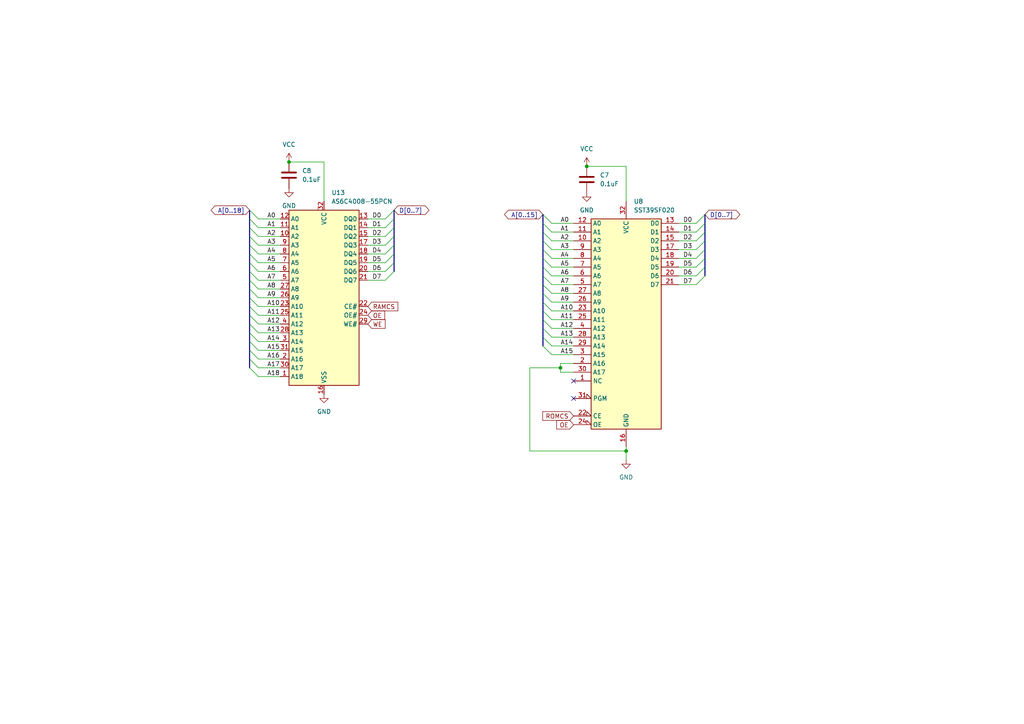
<source format=kicad_sch>
(kicad_sch (version 20250114) (generator "eeschema") (generator_version "9.0")
  (paper "A4")
  (title_block (title "ROM and RAM"))
  (lib_symbols
    (symbol "Device:C" (pin_numbers (hide yes)) (pin_names (offset 0.254))
      (property "Reference" "C" (at 0.635 2.54 0))
      (property "Value" "C" (at 0.635 -2.54 0))
      (symbol "C_0_1"
        (polyline (pts (xy -2.032 0.762) (xy 2.032 0.762)) (stroke (width 0.508)))
        (polyline (pts (xy -2.032 -0.762) (xy 2.032 -0.762)) (stroke (width 0.508)))
      )
      (symbol "C_1_1"
        (pin passive line (at 0 3.81 270) (length 2.794) (name "~") (number "1"))
        (pin passive line (at 0 -3.81 90) (length 2.794) (name "~") (number "2"))
      )
    )
    (symbol "Memory_Flash:SST39SF020"
      (property "Reference" "U" (at 2.54 33.02 0))
      (property "Value" "SST39SF020" (at 0 -30.48 0))
      (symbol "SST39SF020_0_0"
        (pin power_in line (at 0 36.83 270) (length 5.08) (name "VCC") (number "32"))
        (pin power_in line (at 0 -34.29 90) (length 5.08) (name "GND") (number "16"))
      )
      (symbol "SST39SF020_0_1"
        (rectangle (start -10.16 31.75) (end 10.16 -29.21) (stroke (width 0.254)) (fill (type background)))
      )
      (symbol "SST39SF020_1_1"
        (pin input line (at -15.24 30.48 0) (length 5.08) (name "A0") (number "12"))
        (pin input line (at -15.24 27.94 0) (length 5.08) (name "A1") (number "11"))
        (pin input line (at -15.24 25.4 0) (length 5.08) (name "A2") (number "10"))
        (pin input line (at -15.24 22.86 0) (length 5.08) (name "A3") (number "9"))
        (pin input line (at -15.24 20.32 0) (length 5.08) (name "A4") (number "8"))
        (pin input line (at -15.24 17.78 0) (length 5.08) (name "A5") (number "7"))
        (pin input line (at -15.24 15.24 0) (length 5.08) (name "A6") (number "6"))
        (pin input line (at -15.24 12.7 0) (length 5.08) (name "A7") (number "5"))
        (pin input line (at -15.24 10.16 0) (length 5.08) (name "A8") (number "27"))
        (pin input line (at -15.24 7.62 0) (length 5.08) (name "A9") (number "26"))
        (pin input line (at -15.24 5.08 0) (length 5.08) (name "A10") (number "23"))
        (pin input line (at -15.24 2.54 0) (length 5.08) (name "A11") (number "25"))
        (pin input line (at -15.24 0 0) (length 5.08) (name "A12") (number "4"))
        (pin input line (at -15.24 -2.54 0) (length 5.08) (name "A13") (number "28"))
        (pin input line (at -15.24 -5.08 0) (length 5.08) (name "A14") (number "29"))
        (pin input line (at -15.24 -7.62 0) (length 5.08) (name "A15") (number "3"))
        (pin input line (at -15.24 -10.16 0) (length 5.08) (name "A16") (number "2"))
        (pin input line (at -15.24 -12.7 0) (length 5.08) (name "A17") (number "30"))
        (pin input line (at -15.24 -15.24 0) (length 5.08) (name "NC") (number "1"))
        (pin input input_low (at -15.24 -20.32 0) (length 5.08) (name "PGM") (number "31"))
        (pin input input_low (at -15.24 -25.4 0) (length 5.08) (name "CE") (number "22"))
        (pin input input_low (at -15.24 -27.94 0) (length 5.08) (name "OE") (number "24"))
        (pin tri_state line (at 15.24 30.48 180) (length 5.08) (name "D0") (number "13"))
        (pin tri_state line (at 15.24 27.94 180) (length 5.08) (name "D1") (number "14"))
        (pin tri_state line (at 15.24 25.4 180) (length 5.08) (name "D2") (number "15"))
        (pin tri_state line (at 15.24 22.86 180) (length 5.08) (name "D3") (number "17"))
        (pin tri_state line (at 15.24 20.32 180) (length 5.08) (name "D4") (number "18"))
        (pin tri_state line (at 15.24 17.78 180) (length 5.08) (name "D5") (number "19"))
        (pin tri_state line (at 15.24 15.24 180) (length 5.08) (name "D6") (number "20"))
        (pin tri_state line (at 15.24 12.7 180) (length 5.08) (name "D7") (number "21"))
      )
    )
    (symbol "Memory_RAM:AS6C4008-55PCN"
      (property "Reference" "U" (at -10.16 26.035 0))
      (property "Value" "AS6C4008-55PCN" (at 2.54 26.035 0))
      (symbol "AS6C4008-55PCN_0_0"
        (pin power_in line (at 0 27.94 270) (length 2.54) (name "VCC") (number "32"))
        (pin power_in line (at 0 -27.94 90) (length 2.54) (name "VSS") (number "16"))
      )
      (symbol "AS6C4008-55PCN_0_1"
        (rectangle (start -10.16 25.4) (end 10.16 -25.4) (stroke (width 0.254)) (fill (type background)))
      )
      (symbol "AS6C4008-55PCN_1_1"
        (pin input line (at -12.7 22.86 0) (length 2.54) (name "A0") (number "12"))
        (pin input line (at -12.7 20.32 0) (length 2.54) (name "A1") (number "11"))
        (pin input line (at -12.7 17.78 0) (length 2.54) (name "A2") (number "10"))
        (pin input line (at -12.7 15.24 0) (length 2.54) (name "A3") (number "9"))
        (pin input line (at -12.7 12.7 0) (length 2.54) (name "A4") (number "8"))
        (pin input line (at -12.7 10.16 0) (length 2.54) (name "A5") (number "7"))
        (pin input line (at -12.7 7.62 0) (length 2.54) (name "A6") (number "6"))
        (pin input line (at -12.7 5.08 0) (length 2.54) (name "A7") (number "5"))
        (pin input line (at -12.7 2.54 0) (length 2.54) (name "A8") (number "27"))
        (pin input line (at -12.7 0 0) (length 2.54) (name "A9") (number "26"))
        (pin input line (at -12.7 -2.54 0) (length 2.54) (name "A10") (number "23"))
        (pin input line (at -12.7 -5.08 0) (length 2.54) (name "A11") (number "25"))
        (pin input line (at -12.7 -7.62 0) (length 2.54) (name "A12") (number "4"))
        (pin input line (at -12.7 -10.16 0) (length 2.54) (name "A13") (number "28"))
        (pin input line (at -12.7 -12.7 0) (length 2.54) (name "A14") (number "3"))
        (pin input line (at -12.7 -15.24 0) (length 2.54) (name "A15") (number "31"))
        (pin input line (at -12.7 -17.78 0) (length 2.54) (name "A16") (number "2"))
        (pin input line (at -12.7 -20.32 0) (length 2.54) (name "A17") (number "30"))
        (pin input line (at -12.7 -22.86 0) (length 2.54) (name "A18") (number "1"))
        (pin tri_state line (at 12.7 22.86 180) (length 2.54) (name "DQ0") (number "13"))
        (pin tri_state line (at 12.7 20.32 180) (length 2.54) (name "DQ1") (number "14"))
        (pin tri_state line (at 12.7 17.78 180) (length 2.54) (name "DQ2") (number "15"))
        (pin tri_state line (at 12.7 15.24 180) (length 2.54) (name "DQ3") (number "17"))
        (pin tri_state line (at 12.7 12.7 180) (length 2.54) (name "DQ4") (number "18"))
        (pin tri_state line (at 12.7 10.16 180) (length 2.54) (name "DQ5") (number "19"))
        (pin tri_state line (at 12.7 7.62 180) (length 2.54) (name "DQ6") (number "20"))
        (pin tri_state line (at 12.7 5.08 180) (length 2.54) (name "DQ7") (number "21"))
        (pin input line (at 12.7 -2.54 180) (length 2.54) (name "CE#") (number "22"))
        (pin input line (at 12.7 -5.08 180) (length 2.54) (name "OE#") (number "24"))
        (pin input line (at 12.7 -7.62 180) (length 2.54) (name "WE#") (number "29"))
      )
    )
    (symbol "power:GND" (power) (pin_numbers (hide yes)) (pin_names (offset 0) (hide yes))
      (property "Value" "GND" (at 0 -3.81 0))
      (symbol "GND_0_1"
        (polyline (pts (xy 0 0) (xy 0 -1.27) (xy 1.27 -1.27) (xy 0 -2.54) (xy -1.27 -1.27) (xy 0 -1.27)))
      )
      (symbol "GND_1_1"
        (pin power_in line (at 0 0 270) (length 0) (name "~") (number "1"))
      )
    )
    (symbol "power:VCC" (power) (pin_numbers (hide yes)) (pin_names (offset 0) (hide yes))
      (property "Value" "VCC" (at 0 3.556 0))
      (symbol "VCC_0_1"
        (polyline (pts (xy -0.762 1.27) (xy 0 2.54)))
        (polyline (pts (xy 0 2.54) (xy 0.762 1.27)))
        (polyline (pts (xy 0 0) (xy 0 2.54)))
      )
      (symbol "VCC_1_1"
        (pin power_in line (at 0 0 90) (length 0) (name "~") (number "1"))
      )
    )
  )
  (junction (at 181.61 130.81))
  (junction (at 162.56 106.68))
  (junction (at 170.18 48.26))
  (junction (at 83.82 46.99))
  (no_connect (at 166.37 110.49))
  (no_connect (at 166.37 115.57))
  (bus_entry (at 72.39 104.14) (size 2.54 2.54))
  (bus_entry (at 72.39 66.04) (size 2.54 2.54))
  (bus_entry (at 72.39 78.74) (size 2.54 2.54))
  (bus_entry (at 72.39 76.2) (size 2.54 2.54))
  (bus_entry (at 157.48 72.39) (size 2.54 2.54))
  (bus_entry (at 157.48 87.63) (size 2.54 2.54))
  (bus_entry (at 157.48 100.33) (size 2.54 2.54))
  (bus_entry (at 157.48 80.01) (size 2.54 2.54))
  (bus_entry (at 157.48 92.71) (size 2.54 2.54))
  (bus_entry (at 201.93 72.39) (size 2.54 -2.54))
  (bus_entry (at 72.39 60.96) (size 2.54 2.54))
  (bus_entry (at 72.39 88.9) (size 2.54 2.54))
  (bus_entry (at 157.48 85.09) (size 2.54 2.54))
  (bus_entry (at 111.76 71.12) (size 2.54 -2.54))
  (bus_entry (at 157.48 64.77) (size 2.54 2.54))
  (bus_entry (at 111.76 68.58) (size 2.54 -2.54))
  (bus_entry (at 201.93 82.55) (size 2.54 -2.54))
  (bus_entry (at 157.48 97.79) (size 2.54 2.54))
  (bus_entry (at 111.76 63.5) (size 2.54 -2.54))
  (bus_entry (at 111.76 66.04) (size 2.54 -2.54))
  (bus_entry (at 72.39 99.06) (size 2.54 2.54))
  (bus_entry (at 201.93 64.77) (size 2.54 -2.54))
  (bus_entry (at 157.48 74.93) (size 2.54 2.54))
  (bus_entry (at 201.93 77.47) (size 2.54 -2.54))
  (bus_entry (at 201.93 74.93) (size 2.54 -2.54))
  (bus_entry (at 157.48 77.47) (size 2.54 2.54))
  (bus_entry (at 72.39 63.5) (size 2.54 2.54))
  (bus_entry (at 72.39 81.28) (size 2.54 2.54))
  (bus_entry (at 201.93 80.01) (size 2.54 -2.54))
  (bus_entry (at 72.39 71.12) (size 2.54 2.54))
  (bus_entry (at 72.39 68.58) (size 2.54 2.54))
  (bus_entry (at 157.48 67.31) (size 2.54 2.54))
  (bus_entry (at 111.76 76.2) (size 2.54 -2.54))
  (bus_entry (at 111.76 73.66) (size 2.54 -2.54))
  (bus_entry (at 72.39 93.98) (size 2.54 2.54))
  (bus_entry (at 157.48 90.17) (size 2.54 2.54))
  (bus_entry (at 201.93 69.85) (size 2.54 -2.54))
  (bus_entry (at 201.93 67.31) (size 2.54 -2.54))
  (bus_entry (at 157.48 69.85) (size 2.54 2.54))
  (bus_entry (at 157.48 82.55) (size 2.54 2.54))
  (bus_entry (at 72.39 101.6) (size 2.54 2.54))
  (bus_entry (at 157.48 62.23) (size 2.54 2.54))
  (bus_entry (at 72.39 86.36) (size 2.54 2.54))
  (bus_entry (at 111.76 81.28) (size 2.54 -2.54))
  (bus_entry (at 72.39 106.68) (size 2.54 2.54))
  (bus_entry (at 72.39 83.82) (size 2.54 2.54))
  (bus_entry (at 72.39 91.44) (size 2.54 2.54))
  (bus_entry (at 157.48 95.25) (size 2.54 2.54))
  (bus_entry (at 72.39 73.66) (size 2.54 2.54))
  (bus_entry (at 111.76 78.74) (size 2.54 -2.54))
  (bus_entry (at 72.39 96.52) (size 2.54 2.54))
  (wire (pts (xy 181.61 58.42) (xy 181.61 48.26)))
  (bus (pts (xy 204.47 67.31) (xy 204.47 69.85)))
  (bus (pts (xy 157.48 97.79) (xy 157.48 100.33)))
  (wire (pts (xy 106.68 81.28) (xy 111.76 81.28)))
  (bus (pts (xy 72.39 68.58) (xy 72.39 71.12)))
  (wire (pts (xy 160.02 74.93) (xy 166.37 74.93)))
  (bus (pts (xy 114.3 60.96) (xy 114.3 63.5)))
  (wire (pts (xy 196.85 74.93) (xy 201.93 74.93)))
  (bus (pts (xy 157.48 92.71) (xy 157.48 95.25)))
  (wire (pts (xy 74.93 99.06) (xy 81.28 99.06)))
  (wire (pts (xy 160.02 97.79) (xy 166.37 97.79)))
  (wire (pts (xy 196.85 67.31) (xy 201.93 67.31)))
  (wire (pts (xy 196.85 64.77) (xy 201.93 64.77)))
  (bus (pts (xy 114.3 71.12) (xy 114.3 73.66)))
  (bus (pts (xy 72.39 66.04) (xy 72.39 68.58)))
  (wire (pts (xy 74.93 83.82) (xy 81.28 83.82)))
  (bus (pts (xy 72.39 83.82) (xy 72.39 86.36)))
  (wire (pts (xy 74.93 86.36) (xy 81.28 86.36)))
  (wire (pts (xy 160.02 64.77) (xy 166.37 64.77)))
  (bus (pts (xy 72.39 104.14) (xy 72.39 106.68)))
  (wire (pts (xy 162.56 106.68) (xy 162.56 107.95)))
  (wire (pts (xy 74.93 91.44) (xy 81.28 91.44)))
  (wire (pts (xy 160.02 102.87) (xy 166.37 102.87)))
  (wire (pts (xy 160.02 92.71) (xy 166.37 92.71)))
  (wire (pts (xy 196.85 82.55) (xy 201.93 82.55)))
  (bus (pts (xy 157.48 82.55) (xy 157.48 85.09)))
  (wire (pts (xy 106.68 63.5) (xy 111.76 63.5)))
  (wire (pts (xy 106.68 78.74) (xy 111.76 78.74)))
  (bus (pts (xy 157.48 62.23) (xy 157.48 64.77)))
  (wire (pts (xy 106.68 68.58) (xy 111.76 68.58)))
  (wire (pts (xy 181.61 130.81) (xy 181.61 129.54)))
  (bus (pts (xy 114.3 66.04) (xy 114.3 68.58)))
  (wire (pts (xy 162.56 106.68) (xy 153.67 106.68)))
  (wire (pts (xy 196.85 77.47) (xy 201.93 77.47)))
  (wire (pts (xy 74.93 104.14) (xy 81.28 104.14)))
  (wire (pts (xy 160.02 95.25) (xy 166.37 95.25)))
  (wire (pts (xy 196.85 72.39) (xy 201.93 72.39)))
  (bus (pts (xy 157.48 90.17) (xy 157.48 92.71)))
  (wire (pts (xy 74.93 88.9) (xy 81.28 88.9)))
  (wire (pts (xy 160.02 69.85) (xy 166.37 69.85)))
  (wire (pts (xy 160.02 100.33) (xy 166.37 100.33)))
  (wire (pts (xy 160.02 67.31) (xy 166.37 67.31)))
  (wire (pts (xy 74.93 76.2) (xy 81.28 76.2)))
  (bus (pts (xy 157.48 77.47) (xy 157.48 80.01)))
  (wire (pts (xy 74.93 96.52) (xy 81.28 96.52)))
  (bus (pts (xy 157.48 64.77) (xy 157.48 67.31)))
  (bus (pts (xy 114.3 68.58) (xy 114.3 71.12)))
  (wire (pts (xy 153.67 130.81) (xy 181.61 130.81)))
  (wire (pts (xy 160.02 77.47) (xy 166.37 77.47)))
  (wire (pts (xy 153.67 106.68) (xy 153.67 130.81)))
  (bus (pts (xy 72.39 96.52) (xy 72.39 99.06)))
  (wire (pts (xy 74.93 63.5) (xy 81.28 63.5)))
  (bus (pts (xy 72.39 99.06) (xy 72.39 101.6)))
  (wire (pts (xy 170.18 48.26) (xy 181.61 48.26)))
  (wire (pts (xy 74.93 71.12) (xy 81.28 71.12)))
  (bus (pts (xy 72.39 81.28) (xy 72.39 83.82)))
  (wire (pts (xy 74.93 93.98) (xy 81.28 93.98)))
  (bus (pts (xy 204.47 72.39) (xy 204.47 74.93)))
  (wire (pts (xy 166.37 105.41) (xy 162.56 105.41)))
  (bus (pts (xy 72.39 86.36) (xy 72.39 88.9)))
  (bus (pts (xy 157.48 69.85) (xy 157.48 72.39)))
  (wire (pts (xy 166.37 107.95) (xy 162.56 107.95)))
  (bus (pts (xy 72.39 63.5) (xy 72.39 66.04)))
  (wire (pts (xy 74.93 68.58) (xy 81.28 68.58)))
  (bus (pts (xy 157.48 74.93) (xy 157.48 77.47)))
  (wire (pts (xy 74.93 106.68) (xy 81.28 106.68)))
  (wire (pts (xy 160.02 90.17) (xy 166.37 90.17)))
  (wire (pts (xy 106.68 66.04) (xy 111.76 66.04)))
  (wire (pts (xy 160.02 80.01) (xy 166.37 80.01)))
  (bus (pts (xy 72.39 93.98) (xy 72.39 96.52)))
  (wire (pts (xy 160.02 87.63) (xy 166.37 87.63)))
  (bus (pts (xy 204.47 64.77) (xy 204.47 67.31)))
  (wire (pts (xy 74.93 81.28) (xy 81.28 81.28)))
  (bus (pts (xy 72.39 91.44) (xy 72.39 93.98)))
  (wire (pts (xy 74.93 66.04) (xy 81.28 66.04)))
  (wire (pts (xy 74.93 78.74) (xy 81.28 78.74)))
  (wire (pts (xy 93.98 46.99) (xy 83.82 46.99)))
  (wire (pts (xy 160.02 72.39) (xy 166.37 72.39)))
  (bus (pts (xy 157.48 72.39) (xy 157.48 74.93)))
  (bus (pts (xy 204.47 62.23) (xy 204.47 64.77)))
  (wire (pts (xy 106.68 71.12) (xy 111.76 71.12)))
  (bus (pts (xy 204.47 69.85) (xy 204.47 72.39)))
  (bus (pts (xy 72.39 71.12) (xy 72.39 73.66)))
  (wire (pts (xy 181.61 133.35) (xy 181.61 130.81)))
  (bus (pts (xy 157.48 80.01) (xy 157.48 82.55)))
  (bus (pts (xy 204.47 74.93) (xy 204.47 77.47)))
  (bus (pts (xy 157.48 95.25) (xy 157.48 97.79)))
  (bus (pts (xy 72.39 76.2) (xy 72.39 78.74)))
  (bus (pts (xy 72.39 73.66) (xy 72.39 76.2)))
  (wire (pts (xy 160.02 85.09) (xy 166.37 85.09)))
  (wire (pts (xy 93.98 58.42) (xy 93.98 46.99)))
  (wire (pts (xy 74.93 73.66) (xy 81.28 73.66)))
  (bus (pts (xy 157.48 85.09) (xy 157.48 87.63)))
  (bus (pts (xy 114.3 63.5) (xy 114.3 66.04)))
  (wire (pts (xy 162.56 105.41) (xy 162.56 106.68)))
  (wire (pts (xy 160.02 82.55) (xy 166.37 82.55)))
  (bus (pts (xy 72.39 88.9) (xy 72.39 91.44)))
  (bus (pts (xy 72.39 78.74) (xy 72.39 81.28)))
  (bus (pts (xy 204.47 77.47) (xy 204.47 80.01)))
  (bus (pts (xy 114.3 73.66) (xy 114.3 76.2)))
  (wire (pts (xy 106.68 76.2) (xy 111.76 76.2)))
  (wire (pts (xy 74.93 101.6) (xy 81.28 101.6)))
  (bus (pts (xy 157.48 67.31) (xy 157.48 69.85)))
  (wire (pts (xy 196.85 69.85) (xy 201.93 69.85)))
  (bus (pts (xy 72.39 101.6) (xy 72.39 104.14)))
  (bus (pts (xy 72.39 60.96) (xy 72.39 63.5)))
  (wire (pts (xy 196.85 80.01) (xy 201.93 80.01)))
  (bus (pts (xy 114.3 76.2) (xy 114.3 78.74)))
  (bus (pts (xy 157.48 87.63) (xy 157.48 90.17)))
  (wire (pts (xy 106.68 73.66) (xy 111.76 73.66)))
  (wire (pts (xy 74.93 109.22) (xy 81.28 109.22)))
  (label "D3" (at 107.95 71.12 0))
  (label "D5" (at 107.95 76.2 0))
  (label "A6" (at 162.56 80.01 0))
  (label "A18" (at 77.47 109.22 0))
  (label "D1" (at 107.95 66.04 0))
  (label "D7" (at 198.12 82.55 0))
  (label "D1" (at 198.12 67.31 0))
  (label "A16" (at 77.47 104.14 0))
  (label "A6" (at 77.47 78.74 0))
  (label "A9" (at 162.56 87.63 0))
  (label "A9" (at 77.47 86.36 0))
  (label "A15" (at 162.56 102.87 0))
  (label "D2" (at 198.12 69.85 0))
  (label "D7" (at 107.95 81.28 0))
  (label "A11" (at 77.47 91.44 0))
  (label "A3" (at 162.56 72.39 0))
  (label "A2" (at 162.56 69.85 0))
  (label "A12" (at 77.47 93.98 0))
  (label "D6" (at 107.95 78.74 0))
  (label "A11" (at 162.56 92.71 0))
  (label "A0" (at 77.47 63.5 0))
  (label "A8" (at 162.56 85.09 0))
  (label "A4" (at 77.47 73.66 0))
  (label "A0" (at 162.56 64.77 0))
  (label "A13" (at 77.47 96.52 0))
  (label "D4" (at 107.95 73.66 0))
  (label "D0" (at 107.95 63.5 0))
  (label "A10" (at 162.56 90.17 0))
  (label "A12" (at 162.56 95.25 0))
  (label "A7" (at 77.47 81.28 0))
  (label "A5" (at 162.56 77.47 0))
  (label "A4" (at 162.56 74.93 0))
  (label "D2" (at 107.95 68.58 0))
  (label "A3" (at 77.47 71.12 0))
  (label "A7" (at 162.56 82.55 0))
  (label "A13" (at 162.56 97.79 0))
  (label "A1" (at 162.56 67.31 0))
  (label "D0" (at 198.12 64.77 0))
  (label "A14" (at 162.56 100.33 0))
  (label "A5" (at 77.47 76.2 0))
  (label "D4" (at 198.12 74.93 0))
  (label "A15" (at 77.47 101.6 0))
  (label "D5" (at 198.12 77.47 0))
  (label "A17" (at 77.47 106.68 0))
  (label "A2" (at 77.47 68.58 0))
  (label "D6" (at 198.12 80.01 0))
  (label "A8" (at 77.47 83.82 0))
  (label "D3" (at 198.12 72.39 0))
  (label "A14" (at 77.47 99.06 0))
  (label "A10" (at 77.47 88.9 0))
  (label "A1" (at 77.47 66.04 0))
  (global_label "A[0..18]" (shape tri_state) (at 72.39 60.96 180) (property "Intersheetrefs" "${INTERSHEET_REFS}" (effects (hide yes))))
  (global_label "RAMCS" (shape input) (at 106.68 88.9 0) (property "Intersheetrefs" "${INTERSHEET_REFS}" (effects (hide yes))))
  (global_label "ROMCS" (shape input) (at 166.37 120.65 180) (property "Intersheetrefs" "${INTERSHEET_REFS}" (effects (hide yes))))
  (global_label "OE" (shape input) (at 106.68 91.44 0) (property "Intersheetrefs" "${INTERSHEET_REFS}" (effects (hide yes))))
  (global_label "WE" (shape input) (at 106.68 93.98 0) (property "Intersheetrefs" "${INTERSHEET_REFS}" (effects (hide yes))))
  (global_label "D[0..7]" (shape bidirectional) (at 114.3 60.96 0) (property "Intersheetrefs" "${INTERSHEET_REFS}" (effects (hide yes))))
  (global_label "OE" (shape input) (at 166.37 123.19 180) (property "Intersheetrefs" "${INTERSHEET_REFS}" (effects (hide yes))))
  (global_label "A[0..15]" (shape tri_state) (at 157.48 62.23 180) (property "Intersheetrefs" "${INTERSHEET_REFS}" (effects (hide yes))))
  (global_label "D[0..7]" (shape bidirectional) (at 204.47 62.23 0) (property "Intersheetrefs" "${INTERSHEET_REFS}" (effects (hide yes))))
  (symbol (lib_id "power:GND") (at 170.18 55.88 0) (unit 1)
    (property "Reference" "#PWR019" (effects (hide yes)))
    (property "Value" "GND" (at 170.18 60.96 0))
    (property "Description" "Power symbol creates a global label with name \"GND\" , ground" (effects (hide yes)))
  )
  (symbol (lib_id "Memory_RAM:AS6C4008-55PCN") (at 93.98 86.36 0) (unit 1)
    (property "Reference" "U13" (at 96.1233 55.88 0) (effects (justify left)))
    (property "Value" "AS6C4008-55PCN" (at 96.1233 58.42 0) (effects (justify left)))
    (property "Footprint" "Package_DIP:DIP-32_W15.24mm_Socket" (effects (hide yes)))
    (property "Datasheet" "https://www.alliancememory.com/wp-content/uploads/pdf/AS6C4008.pdf" (effects (hide yes)))
    (property "Description" "512K x 8 Low Power CMOS RAM, DIP-32" (effects (hide yes)))
  )
  (symbol (lib_id "Memory_Flash:SST39SF020") (at 181.61 95.25 0) (unit 1)
    (property "Reference" "U8" (at 183.8041 58.42 0) (effects (justify left)))
    (property "Value" "SST39SF020" (at 183.8041 60.96 0) (effects (justify left)))
    (property "Footprint" "Package_DIP:DIP-32_W15.24mm_Socket" (effects (hide yes)))
    (property "Datasheet" "http://ww1.microchip.com/downloads/en/DeviceDoc/25022B.pdf" (effects (hide yes)))
    (property "Description" "Silicon Storage Technology (SSF) 256k x 8 Flash ROM" (effects (hide yes)))
  )
  (symbol (lib_id "Device:C") (at 170.18 52.07 0) (unit 1)
    (property "Reference" "C7" (at 173.99 50.7999 0) (effects (justify left)))
    (property "Value" "0.1uF" (at 173.99 53.3399 0) (effects (justify left)))
    (property "Footprint" "Capacitor_THT:C_Disc_D4.3mm_W1.9mm_P5.00mm" (effects (hide yes)))
    (property "Description" "Unpolarized capacitor" (effects (hide yes)))
  )
  (symbol (lib_id "power:GND") (at 83.82 54.61 0) (unit 1)
    (property "Reference" "#PWR054" (effects (hide yes)))
    (property "Value" "GND" (at 83.82 59.69 0))
    (property "Description" "Power symbol creates a global label with name \"GND\" , ground" (effects (hide yes)))
  )
  (symbol (lib_id "Device:C") (at 83.82 50.8 0) (unit 1)
    (property "Reference" "C8" (at 87.63 49.5299 0) (effects (justify left)))
    (property "Value" "0.1uF" (at 87.63 52.0699 0) (effects (justify left)))
    (property "Footprint" "Capacitor_THT:C_Disc_D4.3mm_W1.9mm_P5.00mm" (effects (hide yes)))
    (property "Description" "Unpolarized capacitor" (effects (hide yes)))
  )
  (symbol (lib_id "power:VCC") (at 83.82 46.99 0) (unit 1)
    (property "Reference" "#PWR08" (effects (hide yes)))
    (property "Value" "VCC" (at 83.82 41.91 0))
    (property "Description" "Power symbol creates a global label with name \"VCC\"" (effects (hide yes)))
  )
  (symbol (lib_id "power:GND") (at 93.98 114.3 0) (unit 1)
    (property "Reference" "#PWR07" (effects (hide yes)))
    (property "Value" "GND" (at 93.98 119.38 0))
    (property "Description" "Power symbol creates a global label with name \"GND\" , ground" (effects (hide yes)))
  )
  (symbol (lib_id "power:GND") (at 181.61 133.35 0) (unit 1)
    (property "Reference" "#PWR20" (effects (hide yes)))
    (property "Value" "GND" (at 181.61 138.43 0))
    (property "Description" "Power symbol creates a global label with name \"GND\" , ground" (effects (hide yes)))
  )
  (symbol (lib_id "power:VCC") (at 170.18 48.26 0) (unit 1)
    (property "Reference" "#PWR029" (effects (hide yes)))
    (property "Value" "VCC" (at 170.18 43.18 0))
    (property "Description" "Power symbol creates a global label with name \"VCC\"" (effects (hide yes)))
  )
)
</source>
